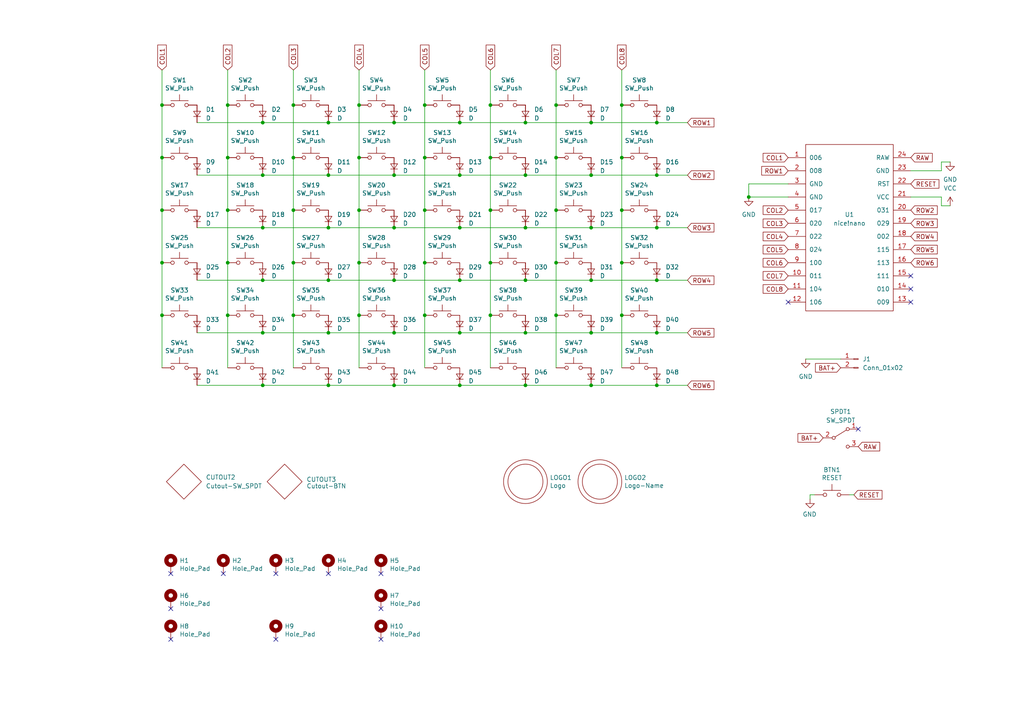
<source format=kicad_sch>
(kicad_sch (version 20231120) (generator "eeschema") (generator_version "8.0")
  (paper "A4")
  (title_block (title "Tackle Choc") (date "2024-12-13") (rev "1.1") (company "skarrmann"))
  (lib_symbols
    (symbol "GND_1" (power) (pin_numbers hide) (pin_names (offset 0) hide)
      (property "Value" "GND" (at 0 -3.81 0))
      (symbol "GND_1_0_1"
        (polyline (pts (xy 0 0) (xy 0 -1.27) (xy 1.27 -1.27) (xy 0 -2.54) (xy -1.27 -1.27) (xy 0 -1.27)))
      )
      (symbol "GND_1_1_1"
        (pin power_in line (at 0 0 270) (length 0) (name "~") (number "1"))
      )
    )
    (symbol "VCC_1" (power) (pin_numbers hide) (pin_names (offset 0) hide)
      (property "Value" "VCC" (at 0 3.556 0))
      (symbol "VCC_1_0_1"
        (polyline (pts (xy -0.762 1.27) (xy 0 2.54)))
        (polyline (pts (xy 0 0) (xy 0 2.54)))
        (polyline (pts (xy 0 2.54) (xy 0.762 1.27)))
      )
      (symbol "VCC_1_1_1"
        (pin power_in line (at 0 0 90) (length 0) (name "~") (number "1"))
      )
    )
    (symbol "power:GND" (power) (pin_names (offset 0))
      (property "Value" "GND" (at 0 -3.81 0))
      (symbol "GND_0_1"
        (polyline (pts (xy 0 0) (xy 0 -1.27) (xy 1.27 -1.27) (xy 0 -2.54) (xy -1.27 -1.27) (xy 0 -1.27)))
      )
      (symbol "GND_1_1"
        (pin power_in line (at 0 0 270) (length 0) hide (name "GND") (number "1"))
      )
    )
    (symbol "tackle-components:Conn_01x02" (pin_names (offset 1.016) hide)
      (property "Reference" "J" (at 0 2.54 0))
      (property "Value" "Conn_01x02" (at 0 -5.08 0))
      (symbol "Conn_01x02_1_1"
        (rectangle (start -1.27 -2.413) (end 0 -2.667) (stroke (width 0.1524)))
        (rectangle (start -1.27 0.127) (end 0 -0.127) (stroke (width 0.1524)))
        (pin passive line (at -5.08 0 0) (length 3.81) (name "Pin_1") (number "1"))
        (pin passive line (at -5.08 -2.54 0) (length 3.81) (name "Pin_2") (number "2"))
      )
    )
    (symbol "tackle-components:Cutout" (pin_names (offset 0)) (in_bom no)
      (property "Reference" "CUTOUT" (at 0 0 0))
      (symbol "Cutout_0_1"
        (polyline (pts (xy 0 5.08) (xy 5.08 0) (xy 0 -5.08) (xy -5.08 0) (xy 0 5.08)) (stroke (width 0.1524)))
      )
    )
    (symbol "tackle-components:D" (pin_numbers hide) (pin_names (offset 0.254) hide)
      (property "Reference" "D" (at -1.27 2.032 0))
      (property "Value" "D" (at -1.27 -2.032 0))
      (symbol "D_0_1"
        (polyline (pts (xy -0.762 -1.016) (xy -0.762 1.016)))
        (polyline (pts (xy -0.762 0) (xy 0.762 0)))
        (polyline (pts (xy 0.762 -1.016) (xy -0.762 0) (xy 0.762 1.016) (xy 0.762 -1.016)))
      )
      (symbol "D_1_1"
        (pin passive line (at -2.54 0 0) (length 1.778) (name "K") (number "1"))
        (pin passive line (at 2.54 0 180) (length 1.778) (name "A") (number "2"))
      )
    )
    (symbol "tackle-components:Hole_Pad" (pin_numbers hide) (pin_names (offset 1.016) hide)
      (property "Reference" "H" (at 0 6.35 0))
      (property "Value" "Hole_Pad" (at 0 4.445 0))
      (symbol "Hole_Pad_0_1"
        (circle (center 0 1.27) (radius 1.27) (stroke (width 1.27)))
      )
      (symbol "Hole_Pad_1_1"
        (pin input line (at 0 -2.54 90) (length 2.54) (name "1") (number "1"))
      )
    )
    (symbol "tackle-components:Logo" (pin_names (offset 1.016))
      (property "Reference" "LOGO" (at 0 -1.27 0))
      (property "Value" "Logo" (at 0 1.27 0))
      (symbol "Logo_0_1"
        (circle (center 0 0) (radius 5.08))
        (circle (center 0 0) (radius 6.35))
      )
    )
    (symbol "tackle-components:SW_Push" (pin_numbers hide) (pin_names (offset 1.016) hide)
      (property "Reference" "SW" (at 1.27 2.54 0))
      (property "Value" "SW_Push" (at 0 -1.524 0))
      (symbol "SW_Push_0_1"
        (circle (center -2.032 0) (radius 0.508))
        (polyline (pts (xy 0 1.27) (xy 0 3.048)))
        (polyline (pts (xy 2.54 1.27) (xy -2.54 1.27)))
        (circle (center 2.032 0) (radius 0.508))
        (pin passive line (at -5.08 0 0) (length 2.54) (name "1") (number "1"))
        (pin passive line (at 5.08 0 180) (length 2.54) (name "2") (number "2"))
      )
    )
    (symbol "tackle-components:SW_SPDT" (pin_names (offset 0) hide)
      (property "Reference" "SW" (at 0 5.08 0))
      (property "Value" "SW_SPDT" (at 0 -5.08 0))
      (symbol "SW_SPDT_0_1"
        (circle (center -2.032 0) (radius 0.4572))
        (polyline (pts (xy -1.651 0.254) (xy 1.651 2.286)))
        (circle (center 2.032 -2.54) (radius 0.4572))
        (circle (center 2.032 2.54) (radius 0.4572))
      )
      (symbol "SW_SPDT_1_1"
        (pin passive line (at 5.08 2.54 180) (length 2.54) (name "A") (number "1"))
        (pin passive line (at -5.08 0 0) (length 2.54) (name "B") (number "2"))
        (pin passive line (at 5.08 -2.54 180) (length 2.54) (name "C") (number "3"))
      )
    )
    (symbol "tackle-components:nice!nano" (pin_names (offset 1))
      (property "Reference" "U" (at 0 3.81 0))
      (property "Value" "nice!nano" (at 0 1.27 0))
      (symbol "nice!nano_0_0"
        (text "" (at 6.35 -27.94 0) (effects (font (size 1.27 1.27))))
        (text "" (at 7.62 -1.27 0) (effects (font (size 1.27 1.27))))
        (text "" (at 12.7 -25.4 0) (effects (font (size 1.27 1.27))))
        (text "" (at 15.24 -8.89 0) (effects (font (size 1.27 1.27))))
        (text "" (at 17.78 -7.62 0) (effects (font (size 1.27 1.27))))
        (text "" (at 19.05 -2.54 0) (effects (font (size 1.27 1.27))))
      )
      (symbol "nice!nano_1_1"
        (rectangle (start -12.7 24.13) (end 12.7 -24.13) (stroke (width 0.1524)))
        (pin input line (at -17.78 20.32 0) (length 5.08) (name "006") (number "1"))
        (pin input line (at -17.78 -13.97 0) (length 5.08) (name "011") (number "10"))
        (pin input line (at -17.78 -17.78 0) (length 5.08) (name "104") (number "11"))
        (pin input line (at -17.78 -21.59 0) (length 5.08) (name "106") (number "12"))
        (pin input line (at 17.78 -21.59 180) (length 5.08) (name "009") (number "13"))
        (pin input line (at 17.78 -17.78 180) (length 5.08) (name "010") (number "14"))
        (pin input line (at 17.78 -13.97 180) (length 5.08) (name "111") (number "15"))
        (pin input line (at 17.78 -10.16 180) (length 5.08) (name "113") (number "16"))
        (pin input line (at 17.78 -6.35 180) (length 5.08) (name "115") (number "17"))
        (pin input line (at 17.78 -2.54 180) (length 5.08) (name "002") (number "18"))
        (pin input line (at 17.78 1.27 180) (length 5.08) (name "029") (number "19"))
        (pin input line (at -17.78 16.51 0) (length 5.08) (name "008") (number "2"))
        (pin input line (at 17.78 5.08 180) (length 5.08) (name "031") (number "20"))
        (pin input line (at 17.78 8.89 180) (length 5.08) (name "VCC") (number "21"))
        (pin input line (at 17.78 12.7 180) (length 5.08) (name "RST") (number "22"))
        (pin input line (at 17.78 16.51 180) (length 5.08) (name "GND") (number "23"))
        (pin input line (at 17.78 20.32 180) (length 5.08) (name "RAW") (number "24"))
        (pin input line (at -17.78 12.7 0) (length 5.08) (name "GND") (number "3"))
        (pin input line (at -17.78 8.89 0) (length 5.08) (name "GND") (number "4"))
        (pin input line (at -17.78 5.08 0) (length 5.08) (name "017") (number "5"))
        (pin input line (at -17.78 1.27 0) (length 5.08) (name "020") (number "6"))
        (pin input line (at -17.78 -2.54 0) (length 5.08) (name "022") (number "7"))
        (pin input line (at -17.78 -6.35 0) (length 5.08) (name "024") (number "8"))
        (pin input line (at -17.78 -10.16 0) (length 5.08) (name "100") (number "9"))
      )
    )
  )
  (junction (at 95.25 50.8))
  (junction (at 190.5 35.56))
  (junction (at 123.19 76.2))
  (junction (at 46.99 45.72))
  (junction (at 171.45 81.28))
  (junction (at 123.19 60.96))
  (junction (at 46.99 60.96))
  (junction (at 152.4 35.56))
  (junction (at 142.24 60.96))
  (junction (at 180.34 45.72))
  (junction (at 85.09 76.2))
  (junction (at 152.4 50.8))
  (junction (at 76.2 66.04))
  (junction (at 85.09 45.72))
  (junction (at 66.04 45.72))
  (junction (at 180.34 30.48))
  (junction (at 123.19 45.72))
  (junction (at 190.5 66.04))
  (junction (at 46.99 76.2))
  (junction (at 123.19 91.44))
  (junction (at 66.04 60.96))
  (junction (at 180.34 60.96))
  (junction (at 152.4 96.52))
  (junction (at 161.29 45.72))
  (junction (at 95.25 66.04))
  (junction (at 133.35 96.52))
  (junction (at 95.25 96.52))
  (junction (at 133.35 66.04))
  (junction (at 217.17 57.15))
  (junction (at 152.4 81.28))
  (junction (at 161.29 30.48))
  (junction (at 76.2 50.8))
  (junction (at 190.5 96.52))
  (junction (at 85.09 91.44))
  (junction (at 142.24 76.2))
  (junction (at 66.04 91.44))
  (junction (at 190.5 111.76))
  (junction (at 76.2 81.28))
  (junction (at 85.09 30.48))
  (junction (at 114.3 50.8))
  (junction (at 46.99 30.48))
  (junction (at 161.29 60.96))
  (junction (at 66.04 30.48))
  (junction (at 161.29 91.44))
  (junction (at 133.35 81.28))
  (junction (at 95.25 111.76))
  (junction (at 104.14 60.96))
  (junction (at 142.24 91.44))
  (junction (at 142.24 30.48))
  (junction (at 104.14 30.48))
  (junction (at 180.34 76.2))
  (junction (at 66.04 76.2))
  (junction (at 114.3 35.56))
  (junction (at 104.14 45.72))
  (junction (at 171.45 111.76))
  (junction (at 171.45 50.8))
  (junction (at 152.4 66.04))
  (junction (at 190.5 50.8))
  (junction (at 133.35 35.56))
  (junction (at 171.45 96.52))
  (junction (at 114.3 96.52))
  (junction (at 95.25 35.56))
  (junction (at 133.35 50.8))
  (junction (at 46.99 91.44))
  (junction (at 123.19 30.48))
  (junction (at 114.3 66.04))
  (junction (at 171.45 66.04))
  (junction (at 76.2 96.52))
  (junction (at 152.4 111.76))
  (junction (at 104.14 76.2))
  (junction (at 114.3 111.76))
  (junction (at 76.2 111.76))
  (junction (at 76.2 35.56))
  (junction (at 133.35 111.76))
  (junction (at 180.34 91.44))
  (junction (at 104.14 91.44))
  (junction (at 114.3 81.28))
  (junction (at 161.29 76.2))
  (junction (at 190.5 81.28))
  (junction (at 95.25 81.28))
  (junction (at 171.45 35.56))
  (junction (at 85.09 60.96))
  (junction (at 142.24 45.72))
  (no_connect (at 228.6 87.63))
  (no_connect (at 264.16 87.63))
  (no_connect (at 49.53 176.53))
  (no_connect (at 110.49 176.53))
  (no_connect (at 264.16 80.01))
  (no_connect (at 248.92 124.46))
  (no_connect (at 49.53 185.42))
  (no_connect (at 95.25 166.37))
  (no_connect (at 80.01 185.42))
  (no_connect (at 110.49 166.37))
  (no_connect (at 80.01 166.37))
  (no_connect (at 49.53 166.37))
  (no_connect (at 110.49 185.42))
  (no_connect (at 264.16 83.82))
  (no_connect (at 64.77 166.37))
  (wire (pts (xy 95.25 66.04) (xy 114.3 66.04)))
  (wire (pts (xy 190.5 111.76) (xy 199.39 111.76)))
  (wire (pts (xy 161.29 91.44) (xy 161.29 106.68)))
  (wire (pts (xy 85.09 20.32) (xy 85.09 30.48)))
  (wire (pts (xy 123.19 76.2) (xy 123.19 91.44)))
  (wire (pts (xy 76.2 66.04) (xy 95.25 66.04)))
  (wire (pts (xy 161.29 20.32) (xy 161.29 30.48)))
  (wire (pts (xy 234.95 143.51) (xy 234.95 144.78)))
  (wire (pts (xy 152.4 81.28) (xy 171.45 81.28)))
  (wire (pts (xy 85.09 91.44) (xy 85.09 106.68)))
  (wire (pts (xy 46.99 20.32) (xy 46.99 30.48)))
  (wire (pts (xy 133.35 96.52) (xy 152.4 96.52)))
  (wire (pts (xy 171.45 50.8) (xy 190.5 50.8)))
  (wire (pts (xy 46.99 91.44) (xy 46.99 106.68)))
  (wire (pts (xy 142.24 91.44) (xy 142.24 106.68)))
  (wire (pts (xy 57.15 66.04) (xy 76.2 66.04)))
  (wire (pts (xy 66.04 30.48) (xy 66.04 45.72)))
  (wire (pts (xy 66.04 20.32) (xy 66.04 30.48)))
  (wire (pts (xy 76.2 111.76) (xy 95.25 111.76)))
  (wire (pts (xy 123.19 60.96) (xy 123.19 76.2)))
  (wire (pts (xy 217.17 53.34) (xy 228.6 53.34)))
  (wire (pts (xy 46.99 30.48) (xy 46.99 45.72)))
  (wire (pts (xy 161.29 76.2) (xy 161.29 91.44)))
  (wire (pts (xy 114.3 96.52) (xy 133.35 96.52)))
  (wire (pts (xy 57.15 96.52) (xy 76.2 96.52)))
  (wire (pts (xy 171.45 96.52) (xy 190.5 96.52)))
  (wire (pts (xy 152.4 111.76) (xy 171.45 111.76)))
  (wire (pts (xy 190.5 66.04) (xy 199.39 66.04)))
  (wire (pts (xy 133.35 35.56) (xy 152.4 35.56)))
  (wire (pts (xy 76.2 81.28) (xy 95.25 81.28)))
  (wire (pts (xy 180.34 20.32) (xy 180.34 30.48)))
  (wire (pts (xy 95.25 35.56) (xy 114.3 35.56)))
  (wire (pts (xy 171.45 81.28) (xy 190.5 81.28)))
  (wire (pts (xy 247.65 143.51) (xy 246.38 143.51)))
  (wire (pts (xy 236.22 143.51) (xy 234.95 143.51)))
  (wire (pts (xy 85.09 45.72) (xy 85.09 60.96)))
  (wire (pts (xy 114.3 35.56) (xy 133.35 35.56)))
  (wire (pts (xy 114.3 66.04) (xy 133.35 66.04)))
  (wire (pts (xy 171.45 111.76) (xy 190.5 111.76)))
  (wire (pts (xy 180.34 91.44) (xy 180.34 106.68)))
  (wire (pts (xy 123.19 20.32) (xy 123.19 30.48)))
  (wire (pts (xy 190.5 35.56) (xy 199.39 35.56)))
  (wire (pts (xy 76.2 35.56) (xy 95.25 35.56)))
  (wire (pts (xy 133.35 111.76) (xy 152.4 111.76)))
  (wire (pts (xy 76.2 50.8) (xy 95.25 50.8)))
  (wire (pts (xy 104.14 45.72) (xy 104.14 60.96)))
  (wire (pts (xy 180.34 76.2) (xy 180.34 91.44)))
  (wire (pts (xy 85.09 60.96) (xy 85.09 76.2)))
  (wire (pts (xy 152.4 66.04) (xy 171.45 66.04)))
  (wire (pts (xy 190.5 96.52) (xy 199.39 96.52)))
  (wire (pts (xy 95.25 111.76) (xy 114.3 111.76)))
  (wire (pts (xy 275.59 46.99) (xy 273.05 46.99)))
  (wire (pts (xy 142.24 20.32) (xy 142.24 30.48)))
  (wire (pts (xy 133.35 50.8) (xy 152.4 50.8)))
  (wire (pts (xy 190.5 50.8) (xy 199.39 50.8)))
  (wire (pts (xy 161.29 45.72) (xy 161.29 60.96)))
  (wire (pts (xy 142.24 45.72) (xy 142.24 60.96)))
  (wire (pts (xy 95.25 96.52) (xy 114.3 96.52)))
  (wire (pts (xy 114.3 50.8) (xy 133.35 50.8)))
  (wire (pts (xy 95.25 81.28) (xy 114.3 81.28)))
  (wire (pts (xy 57.15 81.28) (xy 76.2 81.28)))
  (wire (pts (xy 85.09 76.2) (xy 85.09 91.44)))
  (wire (pts (xy 161.29 60.96) (xy 161.29 76.2)))
  (wire (pts (xy 142.24 60.96) (xy 142.24 76.2)))
  (wire (pts (xy 114.3 81.28) (xy 133.35 81.28)))
  (wire (pts (xy 275.59 59.69) (xy 273.05 59.69)))
  (wire (pts (xy 264.16 57.15) (xy 273.05 57.15)))
  (wire (pts (xy 264.16 49.53) (xy 273.05 49.53)))
  (wire (pts (xy 104.14 76.2) (xy 104.14 91.44)))
  (wire (pts (xy 104.14 60.96) (xy 104.14 76.2)))
  (wire (pts (xy 123.19 45.72) (xy 123.19 60.96)))
  (wire (pts (xy 123.19 91.44) (xy 123.19 106.68)))
  (wire (pts (xy 104.14 91.44) (xy 104.14 106.68)))
  (wire (pts (xy 152.4 50.8) (xy 171.45 50.8)))
  (wire (pts (xy 152.4 35.56) (xy 171.45 35.56)))
  (wire (pts (xy 152.4 96.52) (xy 171.45 96.52)))
  (wire (pts (xy 217.17 53.34) (xy 217.17 57.15)))
  (wire (pts (xy 114.3 111.76) (xy 133.35 111.76)))
  (wire (pts (xy 171.45 66.04) (xy 190.5 66.04)))
  (wire (pts (xy 85.09 30.48) (xy 85.09 45.72)))
  (wire (pts (xy 273.05 59.69) (xy 273.05 57.15)))
  (wire (pts (xy 161.29 30.48) (xy 161.29 45.72)))
  (wire (pts (xy 66.04 76.2) (xy 66.04 91.44)))
  (wire (pts (xy 190.5 81.28) (xy 199.39 81.28)))
  (wire (pts (xy 142.24 76.2) (xy 142.24 91.44)))
  (wire (pts (xy 133.35 66.04) (xy 152.4 66.04)))
  (wire (pts (xy 123.19 30.48) (xy 123.19 45.72)))
  (wire (pts (xy 171.45 35.56) (xy 190.5 35.56)))
  (wire (pts (xy 76.2 96.52) (xy 95.25 96.52)))
  (wire (pts (xy 180.34 45.72) (xy 180.34 60.96)))
  (wire (pts (xy 66.04 45.72) (xy 66.04 60.96)))
  (wire (pts (xy 57.15 35.56) (xy 76.2 35.56)))
  (wire (pts (xy 104.14 20.32) (xy 104.14 30.48)))
  (wire (pts (xy 57.15 111.76) (xy 76.2 111.76)))
  (wire (pts (xy 104.14 30.48) (xy 104.14 45.72)))
  (wire (pts (xy 180.34 60.96) (xy 180.34 76.2)))
  (wire (pts (xy 217.17 57.15) (xy 228.6 57.15)))
  (wire (pts (xy 273.05 46.99) (xy 273.05 49.53)))
  (wire (pts (xy 57.15 50.8) (xy 76.2 50.8)))
  (wire (pts (xy 46.99 76.2) (xy 46.99 91.44)))
  (wire (pts (xy 142.24 30.48) (xy 142.24 45.72)))
  (wire (pts (xy 66.04 60.96) (xy 66.04 76.2)))
  (wire (pts (xy 233.68 104.14) (xy 243.84 104.14)))
  (wire (pts (xy 180.34 30.48) (xy 180.34 45.72)))
  (wire (pts (xy 46.99 60.96) (xy 46.99 76.2)))
  (wire (pts (xy 95.25 50.8) (xy 114.3 50.8)))
  (wire (pts (xy 66.04 91.44) (xy 66.04 106.68)))
  (wire (pts (xy 133.35 81.28) (xy 152.4 81.28)))
  (wire (pts (xy 46.99 45.72) (xy 46.99 60.96)))
  (global_label "RESET" (shape input) (at 264.16 53.34 0) (property "Intersheetrefs" "${INTERSHEET_REFS}" (effects (hide yes))))
  (global_label "COL4" (shape input) (at 104.14 20.32 90) (property "Intersheetrefs" "${INTERSHEET_REFS}" (effects (hide yes))))
  (global_label "ROW5" (shape input) (at 264.16 72.39 0) (property "Intersheetrefs" "${INTERSHEET_REFS}" (effects (hide yes))))
  (global_label "COL2" (shape input) (at 66.04 20.32 90) (property "Intersheetrefs" "${INTERSHEET_REFS}" (effects (hide yes))))
  (global_label "ROW3" (shape input) (at 199.39 66.04 0) (property "Intersheetrefs" "${INTERSHEET_REFS}" (effects (hide yes))))
  (global_label "ROW6" (shape input) (at 199.39 111.76 0) (property "Intersheetrefs" "${INTERSHEET_REFS}" (effects (hide yes))))
  (global_label "ROW4" (shape input) (at 199.39 81.28 0) (property "Intersheetrefs" "${INTERSHEET_REFS}" (effects (hide yes))))
  (global_label "COL6" (shape input) (at 228.6 76.2 180) (property "Intersheetrefs" "${INTERSHEET_REFS}" (effects (hide yes))))
  (global_label "COL1" (shape input) (at 46.99 20.32 90) (property "Intersheetrefs" "${INTERSHEET_REFS}" (effects (hide yes))))
  (global_label "COL3" (shape input) (at 85.09 20.32 90) (property "Intersheetrefs" "${INTERSHEET_REFS}" (effects (hide yes))))
  (global_label "ROW5" (shape input) (at 199.39 96.52 0) (property "Intersheetrefs" "${INTERSHEET_REFS}" (effects (hide yes))))
  (global_label "RAW" (shape input) (at 264.16 45.72 0) (property "Intersheetrefs" "${INTERSHEET_REFS}" (effects (hide yes))))
  (global_label "ROW4" (shape input) (at 264.16 68.58 0) (property "Intersheetrefs" "${INTERSHEET_REFS}" (effects (hide yes))))
  (global_label "ROW2" (shape input) (at 199.39 50.8 0) (property "Intersheetrefs" "${INTERSHEET_REFS}" (effects (hide yes))))
  (global_label "RAW" (shape input) (at 248.92 129.54 0) (property "Intersheetrefs" "${INTERSHEET_REFS}" (effects (hide yes))))
  (global_label "COL7" (shape input) (at 161.29 20.32 90) (property "Intersheetrefs" "${INTERSHEET_REFS}" (effects (hide yes))))
  (global_label "ROW1" (shape input) (at 199.39 35.56 0) (property "Intersheetrefs" "${INTERSHEET_REFS}" (effects (hide yes))))
  (global_label "RESET" (shape input) (at 247.65 143.51 0) (property "Intersheetrefs" "${INTERSHEET_REFS}" (effects (hide yes))))
  (global_label "ROW2" (shape input) (at 264.16 60.96 0) (property "Intersheetrefs" "${INTERSHEET_REFS}" (effects (hide yes))))
  (global_label "COL7" (shape input) (at 228.6 80.01 180) (property "Intersheetrefs" "${INTERSHEET_REFS}" (effects (hide yes))))
  (global_label "ROW3" (shape input) (at 264.16 64.77 0) (property "Intersheetrefs" "${INTERSHEET_REFS}" (effects (hide yes))))
  (global_label "ROW6" (shape input) (at 264.16 76.2 0) (property "Intersheetrefs" "${INTERSHEET_REFS}" (effects (hide yes))))
  (global_label "COL4" (shape input) (at 228.6 68.58 180) (property "Intersheetrefs" "${INTERSHEET_REFS}" (effects (hide yes))))
  (global_label "COL5" (shape input) (at 228.6 72.39 180) (property "Intersheetrefs" "${INTERSHEET_REFS}" (effects (hide yes))))
  (global_label "BAT+" (shape input) (at 243.84 106.68 180) (property "Intersheetrefs" "${INTERSHEET_REFS}" (effects (hide yes))))
  (global_label "BAT+" (shape input) (at 238.76 127 180) (property "Intersheetrefs" "${INTERSHEET_REFS}" (effects (hide yes))))
  (global_label "COL2" (shape input) (at 228.6 60.96 180) (property "Intersheetrefs" "${INTERSHEET_REFS}" (effects (hide yes))))
  (global_label "COL1" (shape input) (at 228.6 45.72 180) (property "Intersheetrefs" "${INTERSHEET_REFS}" (effects (hide yes))))
  (global_label "COL3" (shape input) (at 228.6 64.77 180) (property "Intersheetrefs" "${INTERSHEET_REFS}" (effects (hide yes))))
  (global_label "COL5" (shape input) (at 123.19 20.32 90) (property "Intersheetrefs" "${INTERSHEET_REFS}" (effects (hide yes))))
  (global_label "COL8" (shape input) (at 180.34 20.32 90) (property "Intersheetrefs" "${INTERSHEET_REFS}" (effects (hide yes))))
  (global_label "COL6" (shape input) (at 142.24 20.32 90) (property "Intersheetrefs" "${INTERSHEET_REFS}" (effects (hide yes))))
  (global_label "COL8" (shape input) (at 228.6 83.82 180) (property "Intersheetrefs" "${INTERSHEET_REFS}" (effects (hide yes))))
  (global_label "ROW1" (shape input) (at 228.6 49.53 180) (property "Intersheetrefs" "${INTERSHEET_REFS}" (effects (hide yes))))
  (symbol (lib_id "tackle-components:SW_Push") (at 109.22 30.48 0) (unit 1)
    (property "Reference" "SW4" (at 109.22 23.241 0))
    (property "Value" "SW_Push" (at 109.22 25.5524 0))
    (property "Footprint" "tackle-footprints:SW_Choc" (effects (hide yes)))
  )
  (symbol (lib_id "tackle-components:SW_Push") (at 241.3 143.51 0) (mirror y) (unit 1)
    (property "Reference" "BTN1" (at 241.3 136.271 0))
    (property "Value" "RESET" (at 241.3 138.5824 0))
    (property "Footprint" "tackle-footprints:SW_Push_6mm" (effects (hide yes)))
  )
  (symbol (lib_id "power:GND") (at 234.95 144.78 0) (mirror y) (unit 1)
    (property "Reference" "#PWR05" (effects (hide yes)))
    (property "Value" "GND" (at 234.823 149.1742 0))
  )
  (symbol (lib_id "tackle-components:Hole_Pad") (at 49.53 163.83 0) (unit 1) (in_bom no)
    (property "Reference" "H1" (at 52.07 162.5854 0) (effects (justify left)))
    (property "Value" "Hole_Pad" (at 52.07 164.8968 0) (effects (justify left)))
    (property "Footprint" "tackle-footprints:Mount_M2" (effects (hide yes)))
  )
  (symbol (lib_id "tackle-components:Hole_Pad") (at 64.77 163.83 0) (unit 1) (in_bom no)
    (property "Reference" "H2" (at 67.31 162.5854 0) (effects (justify left)))
    (property "Value" "Hole_Pad" (at 67.31 164.8968 0) (effects (justify left)))
    (property "Footprint" "tackle-footprints:Mount_M2" (effects (hide yes)))
  )
  (symbol (lib_id "tackle-components:Hole_Pad") (at 80.01 163.83 0) (unit 1) (in_bom no)
    (property "Reference" "H3" (at 82.55 162.5854 0) (effects (justify left)))
    (property "Value" "Hole_Pad" (at 82.55 164.8968 0) (effects (justify left)))
    (property "Footprint" "tackle-footprints:Mount_M2" (effects (hide yes)))
  )
  (symbol (lib_id "tackle-components:Hole_Pad") (at 95.25 163.83 0) (unit 1) (in_bom no)
    (property "Reference" "H4" (at 97.79 162.5854 0) (effects (justify left)))
    (property "Value" "Hole_Pad" (at 97.79 164.8968 0) (effects (justify left)))
    (property "Footprint" "tackle-footprints:Mount_M2" (effects (hide yes)))
  )
  (symbol (lib_id "tackle-components:Logo") (at 152.4 139.7 0) (unit 1) (in_bom no)
    (property "Reference" "LOGO1" (at 159.4612 138.5316 0) (effects (justify left)))
    (property "Value" "Logo" (at 159.4612 140.843 0) (effects (justify left)))
    (property "Footprint" "tackle-footprints:Logo_Tackle" (effects (hide yes)))
  )
  (symbol (lib_id "tackle-components:Logo") (at 173.99 139.7 0) (unit 1) (in_bom no)
    (property "Reference" "LOGO2" (at 181.0512 138.5316 0) (effects (justify left)))
    (property "Value" "Logo-Name" (at 181.0512 140.843 0) (effects (justify left)))
    (property "Footprint" "tackle-footprints:Logo_Tackle_Name" (effects (hide yes)))
  )
  (symbol (lib_id "tackle-components:SW_Push") (at 52.07 91.44 0) (unit 1)
    (property "Reference" "SW33" (at 52.07 84.201 0))
    (property "Value" "SW_Push" (at 52.07 86.5124 0))
    (property "Footprint" "tackle-footprints:SW_Choc" (effects (hide yes)))
  )
  (symbol (lib_id "tackle-components:SW_Push") (at 90.17 45.72 0) (unit 1)
    (property "Reference" "SW11" (at 90.17 38.481 0))
    (property "Value" "SW_Push" (at 90.17 40.7924 0))
    (property "Footprint" "tackle-footprints:SW_Choc" (effects (hide yes)))
  )
  (symbol (lib_id "tackle-components:SW_Push") (at 185.42 91.44 0) (unit 1)
    (property "Reference" "SW40" (at 185.42 84.201 0))
    (property "Value" "SW_Push" (at 185.42 86.5124 0))
    (property "Footprint" "tackle-footprints:SW_Choc" (effects (hide yes)))
  )
  (symbol (lib_id "tackle-components:SW_Push") (at 71.12 30.48 0) (unit 1)
    (property "Reference" "SW2" (at 71.12 23.241 0))
    (property "Value" "SW_Push" (at 71.12 25.5524 0))
    (property "Footprint" "tackle-footprints:SW_Choc" (effects (hide yes)))
  )
  (symbol (lib_id "tackle-components:SW_Push") (at 128.27 30.48 0) (unit 1)
    (property "Reference" "SW5" (at 128.27 23.241 0))
    (property "Value" "SW_Push" (at 128.27 25.5524 0))
    (property "Footprint" "tackle-footprints:SW_Choc" (effects (hide yes)))
  )
  (symbol (lib_id "tackle-components:SW_Push") (at 52.07 60.96 0) (unit 1)
    (property "Reference" "SW17" (at 52.07 53.721 0))
    (property "Value" "SW_Push" (at 52.07 56.0324 0))
    (property "Footprint" "tackle-footprints:SW_Choc" (effects (hide yes)))
  )
  (symbol (lib_id "tackle-components:SW_Push") (at 109.22 45.72 0) (unit 1)
    (property "Reference" "SW12" (at 109.22 38.481 0))
    (property "Value" "SW_Push" (at 109.22 40.7924 0))
    (property "Footprint" "tackle-footprints:SW_Choc" (effects (hide yes)))
  )
  (symbol (lib_id "tackle-components:D") (at 95.25 63.5 90) (unit 1)
    (property "Reference" "D19" (at 97.79 62.2299 90) (effects (justify right)))
    (property "Value" "D" (at 97.79 64.7699 90) (effects (justify right)))
    (property "Footprint" "tackle-footprints:D_SOD-123" (effects (hide yes)))
    (property "Description" "Diode, small symbol" (effects (hide yes)))
  )
  (symbol (lib_id "tackle-components:D") (at 171.45 78.74 90) (unit 1)
    (property "Reference" "D31" (at 173.99 77.4699 90) (effects (justify right)))
    (property "Value" "D" (at 173.99 80.0099 90) (effects (justify right)))
    (property "Footprint" "tackle-footprints:D_SOD-123" (effects (hide yes)))
    (property "Description" "Diode, small symbol" (effects (hide yes)))
  )
  (symbol (lib_id "tackle-components:SW_Push") (at 109.22 106.68 0) (unit 1)
    (property "Reference" "SW44" (at 109.22 99.441 0))
    (property "Value" "SW_Push" (at 109.22 101.7524 0))
    (property "Footprint" "tackle-footprints:SW_Choc" (effects (hide yes)))
  )
  (symbol (lib_id "tackle-components:D") (at 95.25 109.22 90) (unit 1)
    (property "Reference" "D43" (at 97.79 107.9499 90) (effects (justify right)))
    (property "Value" "D" (at 97.79 110.4899 90) (effects (justify right)))
    (property "Footprint" "tackle-footprints:D_SOD-123" (effects (hide yes)))
    (property "Description" "Diode, small symbol" (effects (hide yes)))
  )
  (symbol (lib_id "tackle-components:D") (at 152.4 48.26 90) (unit 1)
    (property "Reference" "D14" (at 154.94 46.9899 90) (effects (justify right)))
    (property "Value" "D" (at 154.94 49.5299 90) (effects (justify right)))
    (property "Footprint" "tackle-footprints:D_SOD-123" (effects (hide yes)))
    (property "Description" "Diode, small symbol" (effects (hide yes)))
  )
  (symbol (lib_id "tackle-components:D") (at 171.45 63.5 90) (unit 1)
    (property "Reference" "D23" (at 173.99 62.2299 90) (effects (justify right)))
    (property "Value" "D" (at 173.99 64.7699 90) (effects (justify right)))
    (property "Footprint" "tackle-footprints:D_SOD-123" (effects (hide yes)))
    (property "Description" "Diode, small symbol" (effects (hide yes)))
  )
  (symbol (lib_id "tackle-components:D") (at 133.35 63.5 90) (unit 1)
    (property "Reference" "D21" (at 135.89 62.2299 90) (effects (justify right)))
    (property "Value" "D" (at 135.89 64.7699 90) (effects (justify right)))
    (property "Footprint" "tackle-footprints:D_SOD-123" (effects (hide yes)))
    (property "Description" "Diode, small symbol" (effects (hide yes)))
  )
  (symbol (lib_id "tackle-components:D") (at 76.2 63.5 90) (unit 1)
    (property "Reference" "D18" (at 78.74 62.2299 90) (effects (justify right)))
    (property "Value" "D" (at 78.74 64.7699 90) (effects (justify right)))
    (property "Footprint" "tackle-footprints:D_SOD-123" (effects (hide yes)))
    (property "Description" "Diode, small symbol" (effects (hide yes)))
  )
  (symbol (lib_name "GND_1") (lib_id "power:GND") (at 233.68 104.14 0) (unit 1)
    (property "Reference" "#PWR04" (effects (hide yes)))
    (property "Value" "GND" (at 233.68 109.22 0))
    (property "Description" "Power symbol creates a global label with name \"GND\" , ground" (effects (hide yes)))
  )
  (symbol (lib_id "tackle-components:SW_Push") (at 185.42 60.96 0) (unit 1)
    (property "Reference" "SW24" (at 185.42 53.721 0))
    (property "Value" "SW_Push" (at 185.42 56.0324 0))
    (property "Footprint" "tackle-footprints:SW_Choc" (effects (hide yes)))
  )
  (symbol (lib_id "tackle-components:SW_Push") (at 128.27 60.96 0) (unit 1)
    (property "Reference" "SW21" (at 128.27 53.721 0))
    (property "Value" "SW_Push" (at 128.27 56.0324 0))
    (property "Footprint" "tackle-footprints:SW_Choc" (effects (hide yes)))
  )
  (symbol (lib_id "tackle-components:Conn_01x02") (at 248.92 104.14 0) (unit 1)
    (property "Reference" "J1" (at 250.19 104.1399 0) (effects (justify left)))
    (property "Value" "Conn_01x02" (at 250.19 106.6799 0) (effects (justify left)))
    (property "Footprint" "tackle-footprints:JST_PH_S2B-PH-K_1x02_P2.00mm_Horizontal" (effects (hide yes)))
    (property "Description" "Generic connector, single row, 01x02, script generated (kicad-library-utils/schlib/autogen/connector/)" (effects (hide yes)))
  )
  (symbol (lib_id "tackle-components:D") (at 114.3 48.26 90) (unit 1)
    (property "Reference" "D12" (at 116.84 46.9899 90) (effects (justify right)))
    (property "Value" "D" (at 116.84 49.5299 90) (effects (justify right)))
    (property "Footprint" "tackle-footprints:D_SOD-123" (effects (hide yes)))
    (property "Description" "Diode, small symbol" (effects (hide yes)))
  )
  (symbol (lib_id "tackle-components:D") (at 57.15 63.5 90) (unit 1)
    (property "Reference" "D17" (at 59.69 62.2299 90) (effects (justify right)))
    (property "Value" "D" (at 59.69 64.7699 90) (effects (justify right)))
    (property "Footprint" "tackle-footprints:D_SOD-123" (effects (hide yes)))
    (property "Description" "Diode, small symbol" (effects (hide yes)))
  )
  (symbol (lib_id "tackle-components:SW_Push") (at 166.37 76.2 0) (unit 1)
    (property "Reference" "SW31" (at 166.37 68.961 0))
    (property "Value" "SW_Push" (at 166.37 71.2724 0))
    (property "Footprint" "tackle-footprints:SW_Choc" (effects (hide yes)))
  )
  (symbol (lib_id "tackle-components:SW_Push") (at 109.22 60.96 0) (unit 1)
    (property "Reference" "SW20" (at 109.22 53.721 0))
    (property "Value" "SW_Push" (at 109.22 56.0324 0))
    (property "Footprint" "tackle-footprints:SW_Choc" (effects (hide yes)))
  )
  (symbol (lib_id "tackle-components:SW_Push") (at 52.07 45.72 0) (unit 1)
    (property "Reference" "SW9" (at 52.07 38.481 0))
    (property "Value" "SW_Push" (at 52.07 40.7924 0))
    (property "Footprint" "tackle-footprints:SW_Choc" (effects (hide yes)))
  )
  (symbol (lib_id "tackle-components:SW_Push") (at 52.07 30.48 0) (unit 1)
    (property "Reference" "SW1" (at 52.07 23.241 0))
    (property "Value" "SW_Push" (at 52.07 25.5524 0))
    (property "Footprint" "tackle-footprints:SW_Choc" (effects (hide yes)))
  )
  (symbol (lib_id "tackle-components:SW_Push") (at 147.32 76.2 0) (unit 1)
    (property "Reference" "SW30" (at 147.32 68.961 0))
    (property "Value" "SW_Push" (at 147.32 71.2724 0))
    (property "Footprint" "tackle-footprints:SW_Choc" (effects (hide yes)))
  )
  (symbol (lib_id "tackle-components:D") (at 76.2 109.22 90) (unit 1)
    (property "Reference" "D42" (at 78.74 107.9499 90) (effects (justify right)))
    (property "Value" "D" (at 78.74 110.4899 90) (effects (justify right)))
    (property "Footprint" "tackle-footprints:D_SOD-123" (effects (hide yes)))
    (property "Description" "Diode, small symbol" (effects (hide yes)))
  )
  (symbol (lib_id "tackle-components:SW_Push") (at 147.32 106.68 0) (unit 1)
    (property "Reference" "SW46" (at 147.32 99.441 0))
    (property "Value" "SW_Push" (at 147.32 101.7524 0))
    (property "Footprint" "tackle-footprints:SW_Choc" (effects (hide yes)))
  )
  (symbol (lib_id "tackle-components:D") (at 152.4 78.74 90) (unit 1)
    (property "Reference" "D30" (at 154.94 77.4699 90) (effects (justify right)))
    (property "Value" "D" (at 154.94 80.0099 90) (effects (justify right)))
    (property "Footprint" "tackle-footprints:D_SOD-123" (effects (hide yes)))
    (property "Description" "Diode, small symbol" (effects (hide yes)))
  )
  (symbol (lib_id "tackle-components:SW_Push") (at 71.12 45.72 0) (unit 1)
    (property "Reference" "SW10" (at 71.12 38.481 0))
    (property "Value" "SW_Push" (at 71.12 40.7924 0))
    (property "Footprint" "tackle-footprints:SW_Choc" (effects (hide yes)))
  )
  (symbol (lib_id "tackle-components:SW_Push") (at 90.17 30.48 0) (unit 1)
    (property "Reference" "SW3" (at 90.17 23.241 0))
    (property "Value" "SW_Push" (at 90.17 25.5524 0))
    (property "Footprint" "tackle-footprints:SW_Choc" (effects (hide yes)))
  )
  (symbol (lib_id "tackle-components:D") (at 190.5 48.26 90) (unit 1)
    (property "Reference" "D16" (at 193.04 46.9899 90) (effects (justify right)))
    (property "Value" "D" (at 193.04 49.5299 90) (effects (justify right)))
    (property "Footprint" "tackle-footprints:D_SOD-123" (effects (hide yes)))
    (property "Description" "Diode, small symbol" (effects (hide yes)))
  )
  (symbol (lib_id "tackle-components:D") (at 133.35 33.02 90) (unit 1)
    (property "Reference" "D5" (at 135.89 31.7499 90) (effects (justify right)))
    (property "Value" "D" (at 135.89 34.2899 90) (effects (justify right)))
    (property "Footprint" "tackle-footprints:D_SOD-123" (effects (hide yes)))
    (property "Description" "Diode, small symbol" (effects (hide yes)))
  )
  (symbol (lib_id "tackle-components:D") (at 114.3 93.98 90) (unit 1)
    (property "Reference" "D36" (at 116.84 92.7099 90) (effects (justify right)))
    (property "Value" "D" (at 116.84 95.2499 90) (effects (justify right)))
    (property "Footprint" "tackle-footprints:D_SOD-123" (effects (hide yes)))
    (property "Description" "Diode, small symbol" (effects (hide yes)))
  )
  (symbol (lib_id "tackle-components:Cutout") (at 82.55 139.7 0) (unit 1) (in_bom no)
    (property "Reference" "CUTOUT3" (at 88.9 139.0649 0) (effects (justify left)))
    (property "Value" "Cutout-BTN" (at 88.9 140.97 0) (effects (justify left)))
    (property "Footprint" "tackle-footprints:Cutout_SW_Push_6mm" (effects (hide yes)))
  )
  (symbol (lib_id "tackle-components:D") (at 57.15 48.26 90) (unit 1)
    (property "Reference" "D9" (at 59.69 46.9899 90) (effects (justify right)))
    (property "Value" "D" (at 59.69 49.5299 90) (effects (justify right)))
    (property "Footprint" "tackle-footprints:D_SOD-123" (effects (hide yes)))
    (property "Description" "Diode, small symbol" (effects (hide yes)))
  )
  (symbol (lib_id "tackle-components:D") (at 76.2 78.74 90) (unit 1)
    (property "Reference" "D26" (at 78.74 77.4699 90) (effects (justify right)))
    (property "Value" "D" (at 78.74 80.0099 90) (effects (justify right)))
    (property "Footprint" "tackle-footprints:D_SOD-123" (effects (hide yes)))
    (property "Description" "Diode, small symbol" (effects (hide yes)))
  )
  (symbol (lib_id "tackle-components:D") (at 152.4 109.22 90) (unit 1)
    (property "Reference" "D46" (at 154.94 107.9499 90) (effects (justify right)))
    (property "Value" "D" (at 154.94 110.4899 90) (effects (justify right)))
    (property "Footprint" "tackle-footprints:D_SOD-123" (effects (hide yes)))
    (property "Description" "Diode, small symbol" (effects (hide yes)))
  )
  (symbol (lib_id "tackle-components:SW_Push") (at 185.42 45.72 0) (unit 1)
    (property "Reference" "SW16" (at 185.42 38.481 0))
    (property "Value" "SW_Push" (at 185.42 40.7924 0))
    (property "Footprint" "tackle-footprints:SW_Choc" (effects (hide yes)))
  )
  (symbol (lib_id "tackle-components:D") (at 133.35 78.74 90) (unit 1)
    (property "Reference" "D29" (at 135.89 77.4699 90) (effects (justify right)))
    (property "Value" "D" (at 135.89 80.0099 90) (effects (justify right)))
    (property "Footprint" "tackle-footprints:D_SOD-123" (effects (hide yes)))
    (property "Description" "Diode, small symbol" (effects (hide yes)))
  )
  (symbol (lib_id "tackle-components:Hole_Pad") (at 110.49 173.99 0) (unit 1) (in_bom no)
    (property "Reference" "H7" (at 113.03 172.7454 0) (effects (justify left)))
    (property "Value" "Hole_Pad" (at 113.03 175.0568 0) (effects (justify left)))
    (property "Footprint" "tackle-footprints:Mount_M2" (effects (hide yes)))
  )
  (symbol (lib_id "tackle-components:SW_Push") (at 166.37 30.48 0) (unit 1)
    (property "Reference" "SW7" (at 166.37 23.241 0))
    (property "Value" "SW_Push" (at 166.37 25.5524 0))
    (property "Footprint" "tackle-footprints:SW_Choc" (effects (hide yes)))
  )
  (symbol (lib_id "tackle-components:SW_Push") (at 90.17 60.96 0) (unit 1)
    (property "Reference" "SW19" (at 90.17 53.721 0))
    (property "Value" "SW_Push" (at 90.17 56.0324 0))
    (property "Footprint" "tackle-footprints:SW_Choc" (effects (hide yes)))
  )
  (symbol (lib_id "tackle-components:SW_Push") (at 166.37 91.44 0) (unit 1)
    (property "Reference" "SW39" (at 166.37 84.201 0))
    (property "Value" "SW_Push" (at 166.37 86.5124 0))
    (property "Footprint" "tackle-footprints:SW_Choc" (effects (hide yes)))
  )
  (symbol (lib_id "tackle-components:SW_Push") (at 109.22 76.2 0) (unit 1)
    (property "Reference" "SW28" (at 109.22 68.961 0))
    (property "Value" "SW_Push" (at 109.22 71.2724 0))
    (property "Footprint" "tackle-footprints:SW_Choc" (effects (hide yes)))
  )
  (symbol (lib_id "tackle-components:Hole_Pad") (at 110.49 163.83 0) (unit 1) (in_bom no)
    (property "Reference" "H5" (at 113.03 162.5854 0) (effects (justify left)))
    (property "Value" "Hole_Pad" (at 113.03 164.8968 0) (effects (justify left)))
    (property "Footprint" "tackle-footprints:Mount_M2" (effects (hide yes)))
  )
  (symbol (lib_id "tackle-components:D") (at 171.45 109.22 90) (unit 1)
    (property "Reference" "D47" (at 173.99 107.9499 90) (effects (justify right)))
    (property "Value" "D" (at 173.99 110.4899 90) (effects (justify right)))
    (property "Footprint" "tackle-footprints:D_SOD-123" (effects (hide yes)))
    (property "Description" "Diode, small symbol" (effects (hide yes)))
  )
  (symbol (lib_id "tackle-components:SW_Push") (at 147.32 60.96 0) (unit 1)
    (property "Reference" "SW22" (at 147.32 53.721 0))
    (property "Value" "SW_Push" (at 147.32 56.0324 0))
    (property "Footprint" "tackle-footprints:SW_Choc" (effects (hide yes)))
  )
  (symbol (lib_id "tackle-components:D") (at 57.15 93.98 90) (unit 1)
    (property "Reference" "D33" (at 59.69 92.7099 90) (effects (justify right)))
    (property "Value" "D" (at 59.69 95.2499 90) (effects (justify right)))
    (property "Footprint" "tackle-footprints:D_SOD-123" (effects (hide yes)))
    (property "Description" "Diode, small symbol" (effects (hide yes)))
  )
  (symbol (lib_id "tackle-components:SW_Push") (at 52.07 76.2 0) (unit 1)
    (property "Reference" "SW25" (at 52.07 68.961 0))
    (property "Value" "SW_Push" (at 52.07 71.2724 0))
    (property "Footprint" "tackle-footprints:SW_Choc" (effects (hide yes)))
  )
  (symbol (lib_id "tackle-components:SW_Push") (at 109.22 91.44 0) (unit 1)
    (property "Reference" "SW36" (at 109.22 84.201 0))
    (property "Value" "SW_Push" (at 109.22 86.5124 0))
    (property "Footprint" "tackle-footprints:SW_Choc" (effects (hide yes)))
  )
  (symbol (lib_id "tackle-components:D") (at 190.5 33.02 90) (unit 1)
    (property "Reference" "D8" (at 193.04 31.7499 90) (effects (justify right)))
    (property "Value" "D" (at 193.04 34.2899 90) (effects (justify right)))
    (property "Footprint" "tackle-footprints:D_SOD-123" (effects (hide yes)))
    (property "Description" "Diode, small symbol" (effects (hide yes)))
  )
  (symbol (lib_id "tackle-components:SW_Push") (at 52.07 106.68 0) (unit 1)
    (property "Reference" "SW41" (at 52.07 99.441 0))
    (property "Value" "SW_Push" (at 52.07 101.7524 0))
    (property "Footprint" "tackle-footprints:SW_Choc" (effects (hide yes)))
  )
  (symbol (lib_id "tackle-components:D") (at 95.25 33.02 90) (unit 1)
    (property "Reference" "D3" (at 97.79 31.7499 90) (effects (justify right)))
    (property "Value" "D" (at 97.79 34.2899 90) (effects (justify right)))
    (property "Footprint" "tackle-footprints:D_SOD-123" (effects (hide yes)))
    (property "Description" "Diode, small symbol" (effects (hide yes)))
  )
  (symbol (lib_id "tackle-components:SW_Push") (at 128.27 106.68 0) (unit 1)
    (property "Reference" "SW45" (at 128.27 99.441 0))
    (property "Value" "SW_Push" (at 128.27 101.7524 0))
    (property "Footprint" "tackle-footprints:SW_Choc" (effects (hide yes)))
  )
  (symbol (lib_id "tackle-components:Hole_Pad") (at 80.01 182.88 0) (unit 1) (in_bom no)
    (property "Reference" "H9" (at 82.55 181.6354 0) (effects (justify left)))
    (property "Value" "Hole_Pad" (at 82.55 183.9468 0) (effects (justify left)))
    (property "Footprint" "tackle-footprints:Mount_M2" (effects (hide yes)))
  )
  (symbol (lib_id "tackle-components:SW_Push") (at 71.12 60.96 0) (unit 1)
    (property "Reference" "SW18" (at 71.12 53.721 0))
    (property "Value" "SW_Push" (at 71.12 56.0324 0))
    (property "Footprint" "tackle-footprints:SW_Choc" (effects (hide yes)))
  )
  (symbol (lib_id "tackle-components:D") (at 76.2 48.26 90) (unit 1)
    (property "Reference" "D10" (at 78.74 46.9899 90) (effects (justify right)))
    (property "Value" "D" (at 78.74 49.5299 90) (effects (justify right)))
    (property "Footprint" "tackle-footprints:D_SOD-123" (effects (hide yes)))
    (property "Description" "Diode, small symbol" (effects (hide yes)))
  )
  (symbol (lib_id "tackle-components:SW_Push") (at 185.42 30.48 0) (unit 1)
    (property "Reference" "SW8" (at 185.42 23.241 0))
    (property "Value" "SW_Push" (at 185.42 25.5524 0))
    (property "Footprint" "tackle-footprints:SW_Choc" (effects (hide yes)))
  )
  (symbol (lib_id "tackle-components:D") (at 95.25 78.74 90) (unit 1)
    (property "Reference" "D27" (at 97.79 77.4699 90) (effects (justify right)))
    (property "Value" "D" (at 97.79 80.0099 90) (effects (justify right)))
    (property "Footprint" "tackle-footprints:D_SOD-123" (effects (hide yes)))
    (property "Description" "Diode, small symbol" (effects (hide yes)))
  )
  (symbol (lib_id "tackle-components:D") (at 190.5 109.22 90) (unit 1)
    (property "Reference" "D48" (at 193.04 107.9499 90) (effects (justify right)))
    (property "Value" "D" (at 193.04 110.4899 90) (effects (justify right)))
    (property "Footprint" "tackle-footprints:D_SOD-123" (effects (hide yes)))
    (property "Description" "Diode, small symbol" (effects (hide yes)))
  )
  (symbol (lib_id "tackle-components:D") (at 133.35 93.98 90) (unit 1)
    (property "Reference" "D37" (at 135.89 92.7099 90) (effects (justify right)))
    (property "Value" "D" (at 135.89 95.2499 90) (effects (justify right)))
    (property "Footprint" "tackle-footprints:D_SOD-123" (effects (hide yes)))
    (property "Description" "Diode, small symbol" (effects (hide yes)))
  )
  (symbol (lib_id "tackle-components:D") (at 171.45 48.26 90) (unit 1)
    (property "Reference" "D15" (at 173.99 46.9899 90) (effects (justify right)))
    (property "Value" "D" (at 173.99 49.5299 90) (effects (justify right)))
    (property "Footprint" "tackle-footprints:D_SOD-123" (effects (hide yes)))
    (property "Description" "Diode, small symbol" (effects (hide yes)))
  )
  (symbol (lib_id "tackle-components:SW_Push") (at 166.37 106.68 0) (unit 1)
    (property "Reference" "SW47" (at 166.37 99.441 0))
    (property "Value" "SW_Push" (at 166.37 101.7524 0))
    (property "Footprint" "tackle-footprints:SW_Choc" (effects (hide yes)))
  )
  (symbol (lib_id "tackle-components:SW_Push") (at 147.32 91.44 0) (unit 1)
    (property "Reference" "SW38" (at 147.32 84.201 0))
    (property "Value" "SW_Push" (at 147.32 86.5124 0))
    (property "Footprint" "tackle-footprints:SW_Choc" (effects (hide yes)))
  )
  (symbol (lib_id "tackle-components:D") (at 76.2 33.02 90) (unit 1)
    (property "Reference" "D2" (at 78.74 31.7499 90) (effects (justify right)))
    (property "Value" "D" (at 78.74 34.2899 90) (effects (justify right)))
    (property "Footprint" "tackle-footprints:D_SOD-123" (effects (hide yes)))
    (property "Description" "Diode, small symbol" (effects (hide yes)))
  )
  (symbol (lib_id "tackle-components:SW_Push") (at 90.17 91.44 0) (unit 1)
    (property "Reference" "SW35" (at 90.17 84.201 0))
    (property "Value" "SW_Push" (at 90.17 86.5124 0))
    (property "Footprint" "tackle-footprints:SW_Choc" (effects (hide yes)))
  )
  (symbol (lib_id "tackle-components:D") (at 114.3 33.02 90) (unit 1)
    (property "Reference" "D4" (at 116.84 31.7499 90) (effects (justify right)))
    (property "Value" "D" (at 116.84 34.2899 90) (effects (justify right)))
    (property "Footprint" "tackle-footprints:D_SOD-123" (effects (hide yes)))
    (property "Description" "Diode, small symbol" (effects (hide yes)))
  )
  (symbol (lib_id "tackle-components:nice!nano") (at 246.38 66.04 0) (unit 1)
    (property "Reference" "U1" (at 246.38 62.23 0))
    (property "Value" "nice!nano" (at 246.38 64.77 0))
    (property "Footprint" "tackle-footprints:nice!nano" (effects (hide yes)))
  )
  (symbol (lib_id "tackle-components:D") (at 152.4 63.5 90) (unit 1)
    (property "Reference" "D22" (at 154.94 62.2299 90) (effects (justify right)))
    (property "Value" "D" (at 154.94 64.7699 90) (effects (justify right)))
    (property "Footprint" "tackle-footprints:D_SOD-123" (effects (hide yes)))
    (property "Description" "Diode, small symbol" (effects (hide yes)))
  )
  (symbol (lib_id "tackle-components:SW_Push") (at 128.27 91.44 0) (unit 1)
    (property "Reference" "SW37" (at 128.27 84.201 0))
    (property "Value" "SW_Push" (at 128.27 86.5124 0))
    (property "Footprint" "tackle-footprints:SW_Choc" (effects (hide yes)))
  )
  (symbol (lib_id "tackle-components:SW_Push") (at 147.32 30.48 0) (unit 1)
    (property "Reference" "SW6" (at 147.32 23.241 0))
    (property "Value" "SW_Push" (at 147.32 25.5524 0))
    (property "Footprint" "tackle-footprints:SW_Choc" (effects (hide yes)))
  )
  (symbol (lib_id "tackle-components:SW_Push") (at 128.27 76.2 0) (unit 1)
    (property "Reference" "SW29" (at 128.27 68.961 0))
    (property "Value" "SW_Push" (at 128.27 71.2724 0))
    (property "Footprint" "tackle-footprints:SW_Choc" (effects (hide yes)))
  )
  (symbol (lib_id "tackle-components:SW_Push") (at 71.12 91.44 0) (unit 1)
    (property "Reference" "SW34" (at 71.12 84.201 0))
    (property "Value" "SW_Push" (at 71.12 86.5124 0))
    (property "Footprint" "tackle-footprints:SW_Choc" (effects (hide yes)))
  )
  (symbol (lib_id "tackle-components:D") (at 133.35 109.22 90) (unit 1)
    (property "Reference" "D45" (at 135.89 107.9499 90) (effects (justify right)))
    (property "Value" "D" (at 135.89 110.4899 90) (effects (justify right)))
    (property "Footprint" "tackle-footprints:D_SOD-123" (effects (hide yes)))
    (property "Description" "Diode, small symbol" (effects (hide yes)))
  )
  (symbol (lib_id "tackle-components:D") (at 152.4 93.98 90) (unit 1)
    (property "Reference" "D38" (at 154.94 92.7099 90) (effects (justify right)))
    (property "Value" "D" (at 154.94 95.2499 90) (effects (justify right)))
    (property "Footprint" "tackle-footprints:D_SOD-123" (effects (hide yes)))
    (property "Description" "Diode, small symbol" (effects (hide yes)))
  )
  (symbol (lib_id "tackle-components:D") (at 190.5 78.74 90) (unit 1)
    (property "Reference" "D32" (at 193.04 77.4699 90) (effects (justify right)))
    (property "Value" "D" (at 193.04 80.0099 90) (effects (justify right)))
    (property "Footprint" "tackle-footprints:D_SOD-123" (effects (hide yes)))
    (property "Description" "Diode, small symbol" (effects (hide yes)))
  )
  (symbol (lib_id "tackle-components:SW_Push") (at 185.42 76.2 0) (unit 1)
    (property "Reference" "SW32" (at 185.42 68.961 0))
    (property "Value" "SW_Push" (at 185.42 71.2724 0))
    (property "Footprint" "tackle-footprints:SW_Choc" (effects (hide yes)))
  )
  (symbol (lib_id "tackle-components:D") (at 57.15 33.02 90) (unit 1)
    (property "Reference" "D1" (at 59.69 31.7499 90) (effects (justify right)))
    (property "Value" "D" (at 59.69 34.2899 90) (effects (justify right)))
    (property "Footprint" "tackle-footprints:D_SOD-123" (effects (hide yes)))
    (property "Description" "Diode, small symbol" (effects (hide yes)))
  )
  (symbol (lib_id "tackle-components:Hole_Pad") (at 49.53 173.99 0) (unit 1) (in_bom no)
    (property "Reference" "H6" (at 52.07 172.7454 0) (effects (justify left)))
    (property "Value" "Hole_Pad" (at 52.07 175.0568 0) (effects (justify left)))
    (property "Footprint" "tackle-footprints:Mount_M2" (effects (hide yes)))
  )
  (symbol (lib_name "VCC_1") (lib_id "power:VCC") (at 275.59 59.69 0) (unit 1)
    (property "Reference" "#PWR03" (effects (hide yes)))
    (property "Value" "VCC" (at 275.59 54.61 0))
    (property "Description" "Power symbol creates a global label with name \"VCC\"" (effects (hide yes)))
  )
  (symbol (lib_id "tackle-components:D") (at 114.3 63.5 90) (unit 1)
    (property "Reference" "D20" (at 116.84 62.2299 90) (effects (justify right)))
    (property "Value" "D" (at 116.84 64.7699 90) (effects (justify right)))
    (property "Footprint" "tackle-footprints:D_SOD-123" (effects (hide yes)))
    (property "Description" "Diode, small symbol" (effects (hide yes)))
  )
  (symbol (lib_id "tackle-components:D") (at 190.5 63.5 90) (unit 1)
    (property "Reference" "D24" (at 193.04 62.2299 90) (effects (justify right)))
    (property "Value" "D" (at 193.04 64.7699 90) (effects (justify right)))
    (property "Footprint" "tackle-footprints:D_SOD-123" (effects (hide yes)))
    (property "Description" "Diode, small symbol" (effects (hide yes)))
  )
  (symbol (lib_id "tackle-components:SW_Push") (at 166.37 60.96 0) (unit 1)
    (property "Reference" "SW23" (at 166.37 53.721 0))
    (property "Value" "SW_Push" (at 166.37 56.0324 0))
    (property "Footprint" "tackle-footprints:SW_Choc" (effects (hide yes)))
  )
  (symbol (lib_id "tackle-components:Hole_Pad") (at 110.49 182.88 0) (unit 1) (in_bom no)
    (property "Reference" "H10" (at 113.03 181.6354 0) (effects (justify left)))
    (property "Value" "Hole_Pad" (at 113.03 183.9468 0) (effects (justify left)))
    (property "Footprint" "tackle-footprints:Mount_M2" (effects (hide yes)))
  )
  (symbol (lib_id "tackle-components:D") (at 76.2 93.98 90) (unit 1)
    (property "Reference" "D34" (at 78.74 92.7099 90) (effects (justify right)))
    (property "Value" "D" (at 78.74 95.2499 90) (effects (justify right)))
    (property "Footprint" "tackle-footprints:D_SOD-123" (effects (hide yes)))
    (property "Description" "Diode, small symbol" (effects (hide yes)))
  )
  (symbol (lib_id "tackle-components:D") (at 133.35 48.26 90) (unit 1)
    (property "Reference" "D13" (at 135.89 46.9899 90) (effects (justify right)))
    (property "Value" "D" (at 135.89 49.5299 90) (effects (justify right)))
    (property "Footprint" "tackle-footprints:D_SOD-123" (effects (hide yes)))
    (property "Description" "Diode, small symbol" (effects (hide yes)))
  )
  (symbol (lib_name "GND_1") (lib_id "power:GND") (at 275.59 46.99 0) (unit 1)
    (property "Reference" "#PWR01" (effects (hide yes)))
    (property "Value" "GND" (at 275.59 52.07 0))
    (property "Description" "Power symbol creates a global label with name \"GND\" , ground" (effects (hide yes)))
  )
  (symbol (lib_id "tackle-components:D") (at 114.3 109.22 90) (unit 1)
    (property "Reference" "D44" (at 116.84 107.9499 90) (effects (justify right)))
    (property "Value" "D" (at 116.84 110.4899 90) (effects (justify right)))
    (property "Footprint" "tackle-footprints:D_SOD-123" (effects (hide yes)))
    (property "Description" "Diode, small symbol" (effects (hide yes)))
  )
  (symbol (lib_id "tackle-components:SW_Push") (at 90.17 106.68 0) (unit 1)
    (property "Reference" "SW43" (at 90.17 99.441 0))
    (property "Value" "SW_Push" (at 90.17 101.7524 0))
    (property "Footprint" "tackle-footprints:SW_Choc" (effects (hide yes)))
  )
  (symbol (lib_id "tackle-components:Hole_Pad") (at 49.53 182.88 0) (unit 1) (in_bom no)
    (property "Reference" "H8" (at 52.07 181.6354 0) (effects (justify left)))
    (property "Value" "Hole_Pad" (at 52.07 183.9468 0) (effects (justify left)))
    (property "Footprint" "tackle-footprints:Mount_M2" (effects (hide yes)))
  )
  (symbol (lib_id "tackle-components:D") (at 57.15 109.22 90) (unit 1)
    (property "Reference" "D41" (at 59.69 107.9499 90) (effects (justify right)))
    (property "Value" "D" (at 59.69 110.4899 90) (effects (justify right)))
    (property "Footprint" "tackle-footprints:D_SOD-123" (effects (hide yes)))
    (property "Description" "Diode, small symbol" (effects (hide yes)))
  )
  (symbol (lib_id "tackle-components:D") (at 95.25 93.98 90) (unit 1)
    (property "Reference" "D35" (at 97.79 92.7099 90) (effects (justify right)))
    (property "Value" "D" (at 97.79 95.2499 90) (effects (justify right)))
    (property "Footprint" "tackle-footprints:D_SOD-123" (effects (hide yes)))
    (property "Description" "Diode, small symbol" (effects (hide yes)))
  )
  (symbol (lib_id "tackle-components:SW_Push") (at 128.27 45.72 0) (unit 1)
    (property "Reference" "SW13" (at 128.27 38.481 0))
    (property "Value" "SW_Push" (at 128.27 40.7924 0))
    (property "Footprint" "tackle-footprints:SW_Choc" (effects (hide yes)))
  )
  (symbol (lib_name "GND_1") (lib_id "power:GND") (at 217.17 57.15 0) (unit 1)
    (property "Reference" "#PWR02" (effects (hide yes)))
    (property "Value" "GND" (at 217.17 62.23 0))
    (property "Description" "Power symbol creates a global label with name \"GND\" , ground" (effects (hide yes)))
  )
  (symbol (lib_id "tackle-components:SW_Push") (at 71.12 106.68 0) (unit 1)
    (property "Reference" "SW42" (at 71.12 99.441 0))
    (property "Value" "SW_Push" (at 71.12 101.7524 0))
    (property "Footprint" "tackle-footprints:SW_Choc" (effects (hide yes)))
  )
  (symbol (lib_id "tackle-components:SW_SPDT") (at 243.84 127 0) (unit 1)
    (property "Reference" "SPDT1" (at 243.84 119.38 0))
    (property "Value" "SW_SPDT" (at 243.84 121.92 0))
    (property "Footprint" "tackle-footprints:SW_SS12D00" (effects (hide yes)))
    (property "Description" "Switch, single pole double throw" (effects (hide yes)))
  )
  (symbol (lib_id "tackle-components:SW_Push") (at 147.32 45.72 0) (unit 1)
    (property "Reference" "SW14" (at 147.32 38.481 0))
    (property "Value" "SW_Push" (at 147.32 40.7924 0))
    (property "Footprint" "tackle-footprints:SW_Choc" (effects (hide yes)))
  )
  (symbol (lib_id "tackle-components:D") (at 190.5 93.98 90) (unit 1)
    (property "Reference" "D40" (at 193.04 92.7099 90) (effects (justify right)))
    (property "Value" "D" (at 193.04 95.2499 90) (effects (justify right)))
    (property "Footprint" "tackle-footprints:D_SOD-123" (effects (hide yes)))
    (property "Description" "Diode, small symbol" (effects (hide yes)))
  )
  (symbol (lib_id "tackle-components:SW_Push") (at 185.42 106.68 0) (unit 1)
    (property "Reference" "SW48" (at 185.42 99.441 0))
    (property "Value" "SW_Push" (at 185.42 101.7524 0))
    (property "Footprint" "tackle-footprints:SW_Choc" (effects (hide yes)))
  )
  (symbol (lib_id "tackle-components:D") (at 171.45 33.02 90) (unit 1)
    (property "Reference" "D7" (at 173.99 31.7499 90) (effects (justify right)))
    (property "Value" "D" (at 173.99 34.2899 90) (effects (justify right)))
    (property "Footprint" "tackle-footprints:D_SOD-123" (effects (hide yes)))
    (property "Description" "Diode, small symbol" (effects (hide yes)))
  )
  (symbol (lib_id "tackle-components:D") (at 171.45 93.98 90) (unit 1)
    (property "Reference" "D39" (at 173.99 92.7099 90) (effects (justify right)))
    (property "Value" "D" (at 173.99 95.2499 90) (effects (justify right)))
    (property "Footprint" "tackle-footprints:D_SOD-123" (effects (hide yes)))
    (property "Description" "Diode, small symbol" (effects (hide yes)))
  )
  (symbol (lib_id "tackle-components:SW_Push") (at 90.17 76.2 0) (unit 1)
    (property "Reference" "SW27" (at 90.17 68.961 0))
    (property "Value" "SW_Push" (at 90.17 71.2724 0))
    (property "Footprint" "tackle-footprints:SW_Choc" (effects (hide yes)))
  )
  (symbol (lib_id "tackle-components:D") (at 114.3 78.74 90) (unit 1)
    (property "Reference" "D28" (at 116.84 77.4699 90) (effects (justify right)))
    (property "Value" "D" (at 116.84 80.0099 90) (effects (justify right)))
    (property "Footprint" "tackle-footprints:D_SOD-123" (effects (hide yes)))
    (property "Description" "Diode, small symbol" (effects (hide yes)))
  )
  (symbol (lib_id "tackle-components:D") (at 57.15 78.74 90) (unit 1)
    (property "Reference" "D25" (at 59.69 77.4699 90) (effects (justify right)))
    (property "Value" "D" (at 59.69 80.0099 90) (effects (justify right)))
    (property "Footprint" "tackle-footprints:D_SOD-123" (effects (hide yes)))
    (property "Description" "Diode, small symbol" (effects (hide yes)))
  )
  (symbol (lib_id "tackle-components:SW_Push") (at 166.37 45.72 0) (unit 1)
    (property "Reference" "SW15" (at 166.37 38.481 0))
    (property "Value" "SW_Push" (at 166.37 40.7924 0))
    (property "Footprint" "tackle-footprints:SW_Choc" (effects (hide yes)))
  )
  (symbol (lib_id "tackle-components:D") (at 95.25 48.26 90) (unit 1)
    (property "Reference" "D11" (at 97.79 46.9899 90) (effects (justify right)))
    (property "Value" "D" (at 97.79 49.5299 90) (effects (justify right)))
    (property "Footprint" "tackle-footprints:D_SOD-123" (effects (hide yes)))
    (property "Description" "Diode, small symbol" (effects (hide yes)))
  )
  (symbol (lib_id "tackle-components:Cutout") (at 53.34 139.7 0) (unit 1) (in_bom no)
    (property "Reference" "CUTOUT2" (at 59.69 138.4299 0) (effects (justify left)))
    (property "Value" "Cutout-SW_SPDT" (at 59.69 140.9699 0) (effects (justify left)))
    (property "Footprint" "tackle-footprints:Cutout_SW_SS12D00" (effects (hide yes)))
  )
  (symbol (lib_id "tackle-components:D") (at 152.4 33.02 90) (unit 1)
    (property "Reference" "D6" (at 154.94 31.7499 90) (effects (justify right)))
    (property "Value" "D" (at 154.94 34.2899 90) (effects (justify right)))
    (property "Footprint" "tackle-footprints:D_SOD-123" (effects (hide yes)))
    (property "Description" "Diode, small symbol" (effects (hide yes)))
  )
  (symbol (lib_id "tackle-components:SW_Push") (at 71.12 76.2 0) (unit 1)
    (property "Reference" "SW26" (at 71.12 68.961 0))
    (property "Value" "SW_Push" (at 71.12 71.2724 0))
    (property "Footprint" "tackle-footprints:SW_Choc" (effects (hide yes)))
  )
)
</source>
